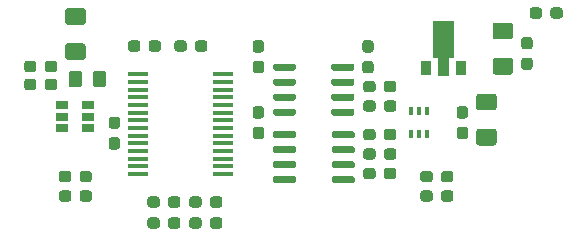
<source format=gbr>
G04 #@! TF.GenerationSoftware,KiCad,Pcbnew,(5.1.7)-1*
G04 #@! TF.CreationDate,2020-10-20T19:41:26+02:00*
G04 #@! TF.ProjectId,EQMOD_DIRECT_Isolated,45514d4f-445f-4444-9952-4543545f4973,rev?*
G04 #@! TF.SameCoordinates,Original*
G04 #@! TF.FileFunction,Paste,Top*
G04 #@! TF.FilePolarity,Positive*
%FSLAX46Y46*%
G04 Gerber Fmt 4.6, Leading zero omitted, Abs format (unit mm)*
G04 Created by KiCad (PCBNEW (5.1.7)-1) date 2020-10-20 19:41:26*
%MOMM*%
%LPD*%
G01*
G04 APERTURE LIST*
%ADD10R,0.900000X1.300000*%
%ADD11C,0.100000*%
%ADD12R,1.750000X0.450000*%
%ADD13R,1.060000X0.650000*%
%ADD14R,0.400000X0.650000*%
G04 APERTURE END LIST*
G36*
G01*
X142604000Y-91169500D02*
X142604000Y-90694500D01*
G75*
G02*
X142841500Y-90457000I237500J0D01*
G01*
X143416500Y-90457000D01*
G75*
G02*
X143654000Y-90694500I0J-237500D01*
G01*
X143654000Y-91169500D01*
G75*
G02*
X143416500Y-91407000I-237500J0D01*
G01*
X142841500Y-91407000D01*
G75*
G02*
X142604000Y-91169500I0J237500D01*
G01*
G37*
G36*
G01*
X144354000Y-91169500D02*
X144354000Y-90694500D01*
G75*
G02*
X144591500Y-90457000I237500J0D01*
G01*
X145166500Y-90457000D01*
G75*
G02*
X145404000Y-90694500I0J-237500D01*
G01*
X145404000Y-91169500D01*
G75*
G02*
X145166500Y-91407000I-237500J0D01*
G01*
X144591500Y-91407000D01*
G75*
G02*
X144354000Y-91169500I0J237500D01*
G01*
G37*
G36*
G01*
X142129500Y-92947000D02*
X142604500Y-92947000D01*
G75*
G02*
X142842000Y-93184500I0J-237500D01*
G01*
X142842000Y-93759500D01*
G75*
G02*
X142604500Y-93997000I-237500J0D01*
G01*
X142129500Y-93997000D01*
G75*
G02*
X141892000Y-93759500I0J237500D01*
G01*
X141892000Y-93184500D01*
G75*
G02*
X142129500Y-92947000I237500J0D01*
G01*
G37*
G36*
G01*
X142129500Y-94697000D02*
X142604500Y-94697000D01*
G75*
G02*
X142842000Y-94934500I0J-237500D01*
G01*
X142842000Y-95509500D01*
G75*
G02*
X142604500Y-95747000I-237500J0D01*
G01*
X142129500Y-95747000D01*
G75*
G02*
X141892000Y-95509500I0J237500D01*
G01*
X141892000Y-94934500D01*
G75*
G02*
X142129500Y-94697000I237500J0D01*
G01*
G37*
D10*
X133818500Y-95591500D03*
X136818500Y-95591500D03*
D11*
G36*
X136185000Y-91641500D02*
G01*
X136185000Y-94766500D01*
X135768500Y-94766500D01*
X135768500Y-96241500D01*
X134868500Y-96241500D01*
X134868500Y-94766500D01*
X134452000Y-94766500D01*
X134452000Y-91641500D01*
X136185000Y-91641500D01*
G37*
D12*
X116630000Y-104555000D03*
X116630000Y-103905000D03*
X116630000Y-103255000D03*
X116630000Y-102605000D03*
X116630000Y-101955000D03*
X116630000Y-101305000D03*
X116630000Y-100655000D03*
X116630000Y-100005000D03*
X116630000Y-99355000D03*
X116630000Y-98705000D03*
X116630000Y-98055000D03*
X116630000Y-97405000D03*
X116630000Y-96755000D03*
X116630000Y-96105000D03*
X109430000Y-96105000D03*
X109430000Y-96755000D03*
X109430000Y-97405000D03*
X109430000Y-98055000D03*
X109430000Y-98705000D03*
X109430000Y-99355000D03*
X109430000Y-100005000D03*
X109430000Y-100655000D03*
X109430000Y-101305000D03*
X109430000Y-101955000D03*
X109430000Y-102605000D03*
X109430000Y-103255000D03*
X109430000Y-103905000D03*
X109430000Y-104555000D03*
G36*
G01*
X102593600Y-95215700D02*
X102593600Y-95690700D01*
G75*
G02*
X102356100Y-95928200I-237500J0D01*
G01*
X101781100Y-95928200D01*
G75*
G02*
X101543600Y-95690700I0J237500D01*
G01*
X101543600Y-95215700D01*
G75*
G02*
X101781100Y-94978200I237500J0D01*
G01*
X102356100Y-94978200D01*
G75*
G02*
X102593600Y-95215700I0J-237500D01*
G01*
G37*
G36*
G01*
X100843600Y-95215700D02*
X100843600Y-95690700D01*
G75*
G02*
X100606100Y-95928200I-237500J0D01*
G01*
X100031100Y-95928200D01*
G75*
G02*
X99793600Y-95690700I0J237500D01*
G01*
X99793600Y-95215700D01*
G75*
G02*
X100031100Y-94978200I237500J0D01*
G01*
X100606100Y-94978200D01*
G75*
G02*
X100843600Y-95215700I0J-237500D01*
G01*
G37*
G36*
G01*
X104490000Y-106663500D02*
X104490000Y-106188500D01*
G75*
G02*
X104727500Y-105951000I237500J0D01*
G01*
X105302500Y-105951000D01*
G75*
G02*
X105540000Y-106188500I0J-237500D01*
G01*
X105540000Y-106663500D01*
G75*
G02*
X105302500Y-106901000I-237500J0D01*
G01*
X104727500Y-106901000D01*
G75*
G02*
X104490000Y-106663500I0J237500D01*
G01*
G37*
G36*
G01*
X102740000Y-106663500D02*
X102740000Y-106188500D01*
G75*
G02*
X102977500Y-105951000I237500J0D01*
G01*
X103552500Y-105951000D01*
G75*
G02*
X103790000Y-106188500I0J-237500D01*
G01*
X103790000Y-106663500D01*
G75*
G02*
X103552500Y-106901000I-237500J0D01*
G01*
X102977500Y-106901000D01*
G75*
G02*
X102740000Y-106663500I0J237500D01*
G01*
G37*
G36*
G01*
X105540000Y-104537500D02*
X105540000Y-105012500D01*
G75*
G02*
X105302500Y-105250000I-237500J0D01*
G01*
X104727500Y-105250000D01*
G75*
G02*
X104490000Y-105012500I0J237500D01*
G01*
X104490000Y-104537500D01*
G75*
G02*
X104727500Y-104300000I237500J0D01*
G01*
X105302500Y-104300000D01*
G75*
G02*
X105540000Y-104537500I0J-237500D01*
G01*
G37*
G36*
G01*
X103790000Y-104537500D02*
X103790000Y-105012500D01*
G75*
G02*
X103552500Y-105250000I-237500J0D01*
G01*
X102977500Y-105250000D01*
G75*
G02*
X102740000Y-105012500I0J237500D01*
G01*
X102740000Y-104537500D01*
G75*
G02*
X102977500Y-104300000I237500J0D01*
G01*
X103552500Y-104300000D01*
G75*
G02*
X103790000Y-104537500I0J-237500D01*
G01*
G37*
G36*
G01*
X104765000Y-94910000D02*
X103515000Y-94910000D01*
G75*
G02*
X103265000Y-94660000I0J250000D01*
G01*
X103265000Y-93735000D01*
G75*
G02*
X103515000Y-93485000I250000J0D01*
G01*
X104765000Y-93485000D01*
G75*
G02*
X105015000Y-93735000I0J-250000D01*
G01*
X105015000Y-94660000D01*
G75*
G02*
X104765000Y-94910000I-250000J0D01*
G01*
G37*
G36*
G01*
X104765000Y-91935000D02*
X103515000Y-91935000D01*
G75*
G02*
X103265000Y-91685000I0J250000D01*
G01*
X103265000Y-90760000D01*
G75*
G02*
X103515000Y-90510000I250000J0D01*
G01*
X104765000Y-90510000D01*
G75*
G02*
X105015000Y-90760000I0J-250000D01*
G01*
X105015000Y-91685000D01*
G75*
G02*
X104765000Y-91935000I-250000J0D01*
G01*
G37*
G36*
G01*
X109632000Y-93488500D02*
X109632000Y-93963500D01*
G75*
G02*
X109394500Y-94201000I-237500J0D01*
G01*
X108819500Y-94201000D01*
G75*
G02*
X108582000Y-93963500I0J237500D01*
G01*
X108582000Y-93488500D01*
G75*
G02*
X108819500Y-93251000I237500J0D01*
G01*
X109394500Y-93251000D01*
G75*
G02*
X109632000Y-93488500I0J-237500D01*
G01*
G37*
G36*
G01*
X111382000Y-93488500D02*
X111382000Y-93963500D01*
G75*
G02*
X111144500Y-94201000I-237500J0D01*
G01*
X110569500Y-94201000D01*
G75*
G02*
X110332000Y-93963500I0J237500D01*
G01*
X110332000Y-93488500D01*
G75*
G02*
X110569500Y-93251000I237500J0D01*
G01*
X111144500Y-93251000D01*
G75*
G02*
X111382000Y-93488500I0J-237500D01*
G01*
G37*
G36*
G01*
X107204500Y-99692000D02*
X107679500Y-99692000D01*
G75*
G02*
X107917000Y-99929500I0J-237500D01*
G01*
X107917000Y-100504500D01*
G75*
G02*
X107679500Y-100742000I-237500J0D01*
G01*
X107204500Y-100742000D01*
G75*
G02*
X106967000Y-100504500I0J237500D01*
G01*
X106967000Y-99929500D01*
G75*
G02*
X107204500Y-99692000I237500J0D01*
G01*
G37*
G36*
G01*
X107204500Y-101442000D02*
X107679500Y-101442000D01*
G75*
G02*
X107917000Y-101679500I0J-237500D01*
G01*
X107917000Y-102254500D01*
G75*
G02*
X107679500Y-102492000I-237500J0D01*
G01*
X107204500Y-102492000D01*
G75*
G02*
X106967000Y-102254500I0J237500D01*
G01*
X106967000Y-101679500D01*
G75*
G02*
X107204500Y-101442000I237500J0D01*
G01*
G37*
G36*
G01*
X136668500Y-100567000D02*
X137143500Y-100567000D01*
G75*
G02*
X137381000Y-100804500I0J-237500D01*
G01*
X137381000Y-101379500D01*
G75*
G02*
X137143500Y-101617000I-237500J0D01*
G01*
X136668500Y-101617000D01*
G75*
G02*
X136431000Y-101379500I0J237500D01*
G01*
X136431000Y-100804500D01*
G75*
G02*
X136668500Y-100567000I237500J0D01*
G01*
G37*
G36*
G01*
X136668500Y-98817000D02*
X137143500Y-98817000D01*
G75*
G02*
X137381000Y-99054500I0J-237500D01*
G01*
X137381000Y-99629500D01*
G75*
G02*
X137143500Y-99867000I-237500J0D01*
G01*
X136668500Y-99867000D01*
G75*
G02*
X136431000Y-99629500I0J237500D01*
G01*
X136431000Y-99054500D01*
G75*
G02*
X136668500Y-98817000I237500J0D01*
G01*
G37*
G36*
G01*
X133347000Y-106663500D02*
X133347000Y-106188500D01*
G75*
G02*
X133584500Y-105951000I237500J0D01*
G01*
X134159500Y-105951000D01*
G75*
G02*
X134397000Y-106188500I0J-237500D01*
G01*
X134397000Y-106663500D01*
G75*
G02*
X134159500Y-106901000I-237500J0D01*
G01*
X133584500Y-106901000D01*
G75*
G02*
X133347000Y-106663500I0J237500D01*
G01*
G37*
G36*
G01*
X135097000Y-106663500D02*
X135097000Y-106188500D01*
G75*
G02*
X135334500Y-105951000I237500J0D01*
G01*
X135909500Y-105951000D01*
G75*
G02*
X136147000Y-106188500I0J-237500D01*
G01*
X136147000Y-106663500D01*
G75*
G02*
X135909500Y-106901000I-237500J0D01*
G01*
X135334500Y-106901000D01*
G75*
G02*
X135097000Y-106663500I0J237500D01*
G01*
G37*
G36*
G01*
X111983000Y-108949500D02*
X111983000Y-108474500D01*
G75*
G02*
X112220500Y-108237000I237500J0D01*
G01*
X112795500Y-108237000D01*
G75*
G02*
X113033000Y-108474500I0J-237500D01*
G01*
X113033000Y-108949500D01*
G75*
G02*
X112795500Y-109187000I-237500J0D01*
G01*
X112220500Y-109187000D01*
G75*
G02*
X111983000Y-108949500I0J237500D01*
G01*
G37*
G36*
G01*
X110233000Y-108949500D02*
X110233000Y-108474500D01*
G75*
G02*
X110470500Y-108237000I237500J0D01*
G01*
X111045500Y-108237000D01*
G75*
G02*
X111283000Y-108474500I0J-237500D01*
G01*
X111283000Y-108949500D01*
G75*
G02*
X111045500Y-109187000I-237500J0D01*
G01*
X110470500Y-109187000D01*
G75*
G02*
X110233000Y-108949500I0J237500D01*
G01*
G37*
G36*
G01*
X110233000Y-107171500D02*
X110233000Y-106696500D01*
G75*
G02*
X110470500Y-106459000I237500J0D01*
G01*
X111045500Y-106459000D01*
G75*
G02*
X111283000Y-106696500I0J-237500D01*
G01*
X111283000Y-107171500D01*
G75*
G02*
X111045500Y-107409000I-237500J0D01*
G01*
X110470500Y-107409000D01*
G75*
G02*
X110233000Y-107171500I0J237500D01*
G01*
G37*
G36*
G01*
X111983000Y-107171500D02*
X111983000Y-106696500D01*
G75*
G02*
X112220500Y-106459000I237500J0D01*
G01*
X112795500Y-106459000D01*
G75*
G02*
X113033000Y-106696500I0J-237500D01*
G01*
X113033000Y-107171500D01*
G75*
G02*
X112795500Y-107409000I-237500J0D01*
G01*
X112220500Y-107409000D01*
G75*
G02*
X111983000Y-107171500I0J237500D01*
G01*
G37*
G36*
G01*
X101543600Y-97214700D02*
X101543600Y-96739700D01*
G75*
G02*
X101781100Y-96502200I237500J0D01*
G01*
X102356100Y-96502200D01*
G75*
G02*
X102593600Y-96739700I0J-237500D01*
G01*
X102593600Y-97214700D01*
G75*
G02*
X102356100Y-97452200I-237500J0D01*
G01*
X101781100Y-97452200D01*
G75*
G02*
X101543600Y-97214700I0J237500D01*
G01*
G37*
G36*
G01*
X99793600Y-97214700D02*
X99793600Y-96739700D01*
G75*
G02*
X100031100Y-96502200I237500J0D01*
G01*
X100606100Y-96502200D01*
G75*
G02*
X100843600Y-96739700I0J-237500D01*
G01*
X100843600Y-97214700D01*
G75*
G02*
X100606100Y-97452200I-237500J0D01*
G01*
X100031100Y-97452200D01*
G75*
G02*
X99793600Y-97214700I0J237500D01*
G01*
G37*
G36*
G01*
X106756000Y-96069999D02*
X106756000Y-96970001D01*
G75*
G02*
X106506001Y-97220000I-249999J0D01*
G01*
X105855999Y-97220000D01*
G75*
G02*
X105606000Y-96970001I0J249999D01*
G01*
X105606000Y-96069999D01*
G75*
G02*
X105855999Y-95820000I249999J0D01*
G01*
X106506001Y-95820000D01*
G75*
G02*
X106756000Y-96069999I0J-249999D01*
G01*
G37*
G36*
G01*
X104706000Y-96069999D02*
X104706000Y-96970001D01*
G75*
G02*
X104456001Y-97220000I-249999J0D01*
G01*
X103805999Y-97220000D01*
G75*
G02*
X103556000Y-96970001I0J249999D01*
G01*
X103556000Y-96069999D01*
G75*
G02*
X103805999Y-95820000I249999J0D01*
G01*
X104456001Y-95820000D01*
G75*
G02*
X104706000Y-96069999I0J-249999D01*
G01*
G37*
G36*
G01*
X134397000Y-104537500D02*
X134397000Y-105012500D01*
G75*
G02*
X134159500Y-105250000I-237500J0D01*
G01*
X133584500Y-105250000D01*
G75*
G02*
X133347000Y-105012500I0J237500D01*
G01*
X133347000Y-104537500D01*
G75*
G02*
X133584500Y-104300000I237500J0D01*
G01*
X134159500Y-104300000D01*
G75*
G02*
X134397000Y-104537500I0J-237500D01*
G01*
G37*
G36*
G01*
X136147000Y-104537500D02*
X136147000Y-105012500D01*
G75*
G02*
X135909500Y-105250000I-237500J0D01*
G01*
X135334500Y-105250000D01*
G75*
G02*
X135097000Y-105012500I0J237500D01*
G01*
X135097000Y-104537500D01*
G75*
G02*
X135334500Y-104300000I237500J0D01*
G01*
X135909500Y-104300000D01*
G75*
G02*
X136147000Y-104537500I0J-237500D01*
G01*
G37*
G36*
G01*
X114825000Y-108474500D02*
X114825000Y-108949500D01*
G75*
G02*
X114587500Y-109187000I-237500J0D01*
G01*
X114012500Y-109187000D01*
G75*
G02*
X113775000Y-108949500I0J237500D01*
G01*
X113775000Y-108474500D01*
G75*
G02*
X114012500Y-108237000I237500J0D01*
G01*
X114587500Y-108237000D01*
G75*
G02*
X114825000Y-108474500I0J-237500D01*
G01*
G37*
G36*
G01*
X116575000Y-108474500D02*
X116575000Y-108949500D01*
G75*
G02*
X116337500Y-109187000I-237500J0D01*
G01*
X115762500Y-109187000D01*
G75*
G02*
X115525000Y-108949500I0J237500D01*
G01*
X115525000Y-108474500D01*
G75*
G02*
X115762500Y-108237000I237500J0D01*
G01*
X116337500Y-108237000D01*
G75*
G02*
X116575000Y-108474500I0J-237500D01*
G01*
G37*
G36*
G01*
X116575000Y-106696500D02*
X116575000Y-107171500D01*
G75*
G02*
X116337500Y-107409000I-237500J0D01*
G01*
X115762500Y-107409000D01*
G75*
G02*
X115525000Y-107171500I0J237500D01*
G01*
X115525000Y-106696500D01*
G75*
G02*
X115762500Y-106459000I237500J0D01*
G01*
X116337500Y-106459000D01*
G75*
G02*
X116575000Y-106696500I0J-237500D01*
G01*
G37*
G36*
G01*
X114825000Y-106696500D02*
X114825000Y-107171500D01*
G75*
G02*
X114587500Y-107409000I-237500J0D01*
G01*
X114012500Y-107409000D01*
G75*
G02*
X113775000Y-107171500I0J237500D01*
G01*
X113775000Y-106696500D01*
G75*
G02*
X114012500Y-106459000I237500J0D01*
G01*
X114587500Y-106459000D01*
G75*
G02*
X114825000Y-106696500I0J-237500D01*
G01*
G37*
G36*
G01*
X131307000Y-104283500D02*
X131307000Y-104758500D01*
G75*
G02*
X131069500Y-104996000I-237500J0D01*
G01*
X130494500Y-104996000D01*
G75*
G02*
X130257000Y-104758500I0J237500D01*
G01*
X130257000Y-104283500D01*
G75*
G02*
X130494500Y-104046000I237500J0D01*
G01*
X131069500Y-104046000D01*
G75*
G02*
X131307000Y-104283500I0J-237500D01*
G01*
G37*
G36*
G01*
X129557000Y-104283500D02*
X129557000Y-104758500D01*
G75*
G02*
X129319500Y-104996000I-237500J0D01*
G01*
X128744500Y-104996000D01*
G75*
G02*
X128507000Y-104758500I0J237500D01*
G01*
X128507000Y-104283500D01*
G75*
G02*
X128744500Y-104046000I237500J0D01*
G01*
X129319500Y-104046000D01*
G75*
G02*
X129557000Y-104283500I0J-237500D01*
G01*
G37*
G36*
G01*
X129557000Y-102632500D02*
X129557000Y-103107500D01*
G75*
G02*
X129319500Y-103345000I-237500J0D01*
G01*
X128744500Y-103345000D01*
G75*
G02*
X128507000Y-103107500I0J237500D01*
G01*
X128507000Y-102632500D01*
G75*
G02*
X128744500Y-102395000I237500J0D01*
G01*
X129319500Y-102395000D01*
G75*
G02*
X129557000Y-102632500I0J-237500D01*
G01*
G37*
G36*
G01*
X131307000Y-102632500D02*
X131307000Y-103107500D01*
G75*
G02*
X131069500Y-103345000I-237500J0D01*
G01*
X130494500Y-103345000D01*
G75*
G02*
X130257000Y-103107500I0J237500D01*
G01*
X130257000Y-102632500D01*
G75*
G02*
X130494500Y-102395000I237500J0D01*
G01*
X131069500Y-102395000D01*
G75*
G02*
X131307000Y-102632500I0J-237500D01*
G01*
G37*
D13*
X103040000Y-98745000D03*
X103040000Y-99695000D03*
X103040000Y-100645000D03*
X105240000Y-100645000D03*
X105240000Y-98745000D03*
X105240000Y-99695000D03*
G36*
G01*
X120883000Y-101369000D02*
X120883000Y-101069000D01*
G75*
G02*
X121033000Y-100919000I150000J0D01*
G01*
X122683000Y-100919000D01*
G75*
G02*
X122833000Y-101069000I0J-150000D01*
G01*
X122833000Y-101369000D01*
G75*
G02*
X122683000Y-101519000I-150000J0D01*
G01*
X121033000Y-101519000D01*
G75*
G02*
X120883000Y-101369000I0J150000D01*
G01*
G37*
G36*
G01*
X120883000Y-102639000D02*
X120883000Y-102339000D01*
G75*
G02*
X121033000Y-102189000I150000J0D01*
G01*
X122683000Y-102189000D01*
G75*
G02*
X122833000Y-102339000I0J-150000D01*
G01*
X122833000Y-102639000D01*
G75*
G02*
X122683000Y-102789000I-150000J0D01*
G01*
X121033000Y-102789000D01*
G75*
G02*
X120883000Y-102639000I0J150000D01*
G01*
G37*
G36*
G01*
X120883000Y-103909000D02*
X120883000Y-103609000D01*
G75*
G02*
X121033000Y-103459000I150000J0D01*
G01*
X122683000Y-103459000D01*
G75*
G02*
X122833000Y-103609000I0J-150000D01*
G01*
X122833000Y-103909000D01*
G75*
G02*
X122683000Y-104059000I-150000J0D01*
G01*
X121033000Y-104059000D01*
G75*
G02*
X120883000Y-103909000I0J150000D01*
G01*
G37*
G36*
G01*
X120883000Y-105179000D02*
X120883000Y-104879000D01*
G75*
G02*
X121033000Y-104729000I150000J0D01*
G01*
X122683000Y-104729000D01*
G75*
G02*
X122833000Y-104879000I0J-150000D01*
G01*
X122833000Y-105179000D01*
G75*
G02*
X122683000Y-105329000I-150000J0D01*
G01*
X121033000Y-105329000D01*
G75*
G02*
X120883000Y-105179000I0J150000D01*
G01*
G37*
G36*
G01*
X125833000Y-105179000D02*
X125833000Y-104879000D01*
G75*
G02*
X125983000Y-104729000I150000J0D01*
G01*
X127633000Y-104729000D01*
G75*
G02*
X127783000Y-104879000I0J-150000D01*
G01*
X127783000Y-105179000D01*
G75*
G02*
X127633000Y-105329000I-150000J0D01*
G01*
X125983000Y-105329000D01*
G75*
G02*
X125833000Y-105179000I0J150000D01*
G01*
G37*
G36*
G01*
X125833000Y-103909000D02*
X125833000Y-103609000D01*
G75*
G02*
X125983000Y-103459000I150000J0D01*
G01*
X127633000Y-103459000D01*
G75*
G02*
X127783000Y-103609000I0J-150000D01*
G01*
X127783000Y-103909000D01*
G75*
G02*
X127633000Y-104059000I-150000J0D01*
G01*
X125983000Y-104059000D01*
G75*
G02*
X125833000Y-103909000I0J150000D01*
G01*
G37*
G36*
G01*
X125833000Y-102639000D02*
X125833000Y-102339000D01*
G75*
G02*
X125983000Y-102189000I150000J0D01*
G01*
X127633000Y-102189000D01*
G75*
G02*
X127783000Y-102339000I0J-150000D01*
G01*
X127783000Y-102639000D01*
G75*
G02*
X127633000Y-102789000I-150000J0D01*
G01*
X125983000Y-102789000D01*
G75*
G02*
X125833000Y-102639000I0J150000D01*
G01*
G37*
G36*
G01*
X125833000Y-101369000D02*
X125833000Y-101069000D01*
G75*
G02*
X125983000Y-100919000I150000J0D01*
G01*
X127633000Y-100919000D01*
G75*
G02*
X127783000Y-101069000I0J-150000D01*
G01*
X127783000Y-101369000D01*
G75*
G02*
X127633000Y-101519000I-150000J0D01*
G01*
X125983000Y-101519000D01*
G75*
G02*
X125833000Y-101369000I0J150000D01*
G01*
G37*
G36*
G01*
X138313000Y-97749000D02*
X139563000Y-97749000D01*
G75*
G02*
X139813000Y-97999000I0J-250000D01*
G01*
X139813000Y-98924000D01*
G75*
G02*
X139563000Y-99174000I-250000J0D01*
G01*
X138313000Y-99174000D01*
G75*
G02*
X138063000Y-98924000I0J250000D01*
G01*
X138063000Y-97999000D01*
G75*
G02*
X138313000Y-97749000I250000J0D01*
G01*
G37*
G36*
G01*
X138313000Y-100724000D02*
X139563000Y-100724000D01*
G75*
G02*
X139813000Y-100974000I0J-250000D01*
G01*
X139813000Y-101899000D01*
G75*
G02*
X139563000Y-102149000I-250000J0D01*
G01*
X138313000Y-102149000D01*
G75*
G02*
X138063000Y-101899000I0J250000D01*
G01*
X138063000Y-100974000D01*
G75*
G02*
X138313000Y-100724000I250000J0D01*
G01*
G37*
G36*
G01*
X131307000Y-100981500D02*
X131307000Y-101456500D01*
G75*
G02*
X131069500Y-101694000I-237500J0D01*
G01*
X130494500Y-101694000D01*
G75*
G02*
X130257000Y-101456500I0J237500D01*
G01*
X130257000Y-100981500D01*
G75*
G02*
X130494500Y-100744000I237500J0D01*
G01*
X131069500Y-100744000D01*
G75*
G02*
X131307000Y-100981500I0J-237500D01*
G01*
G37*
G36*
G01*
X129557000Y-100981500D02*
X129557000Y-101456500D01*
G75*
G02*
X129319500Y-101694000I-237500J0D01*
G01*
X128744500Y-101694000D01*
G75*
G02*
X128507000Y-101456500I0J237500D01*
G01*
X128507000Y-100981500D01*
G75*
G02*
X128744500Y-100744000I237500J0D01*
G01*
X129319500Y-100744000D01*
G75*
G02*
X129557000Y-100981500I0J-237500D01*
G01*
G37*
G36*
G01*
X139710000Y-94718500D02*
X140960000Y-94718500D01*
G75*
G02*
X141210000Y-94968500I0J-250000D01*
G01*
X141210000Y-95893500D01*
G75*
G02*
X140960000Y-96143500I-250000J0D01*
G01*
X139710000Y-96143500D01*
G75*
G02*
X139460000Y-95893500I0J250000D01*
G01*
X139460000Y-94968500D01*
G75*
G02*
X139710000Y-94718500I250000J0D01*
G01*
G37*
G36*
G01*
X139710000Y-91743500D02*
X140960000Y-91743500D01*
G75*
G02*
X141210000Y-91993500I0J-250000D01*
G01*
X141210000Y-92918500D01*
G75*
G02*
X140960000Y-93168500I-250000J0D01*
G01*
X139710000Y-93168500D01*
G75*
G02*
X139460000Y-92918500I0J250000D01*
G01*
X139460000Y-91993500D01*
G75*
G02*
X139710000Y-91743500I250000J0D01*
G01*
G37*
G36*
G01*
X128667500Y-93229000D02*
X129142500Y-93229000D01*
G75*
G02*
X129380000Y-93466500I0J-237500D01*
G01*
X129380000Y-94041500D01*
G75*
G02*
X129142500Y-94279000I-237500J0D01*
G01*
X128667500Y-94279000D01*
G75*
G02*
X128430000Y-94041500I0J237500D01*
G01*
X128430000Y-93466500D01*
G75*
G02*
X128667500Y-93229000I237500J0D01*
G01*
G37*
G36*
G01*
X128667500Y-94979000D02*
X129142500Y-94979000D01*
G75*
G02*
X129380000Y-95216500I0J-237500D01*
G01*
X129380000Y-95791500D01*
G75*
G02*
X129142500Y-96029000I-237500J0D01*
G01*
X128667500Y-96029000D01*
G75*
G02*
X128430000Y-95791500I0J237500D01*
G01*
X128430000Y-95216500D01*
G75*
G02*
X128667500Y-94979000I237500J0D01*
G01*
G37*
G36*
G01*
X112519000Y-93963500D02*
X112519000Y-93488500D01*
G75*
G02*
X112756500Y-93251000I237500J0D01*
G01*
X113331500Y-93251000D01*
G75*
G02*
X113569000Y-93488500I0J-237500D01*
G01*
X113569000Y-93963500D01*
G75*
G02*
X113331500Y-94201000I-237500J0D01*
G01*
X112756500Y-94201000D01*
G75*
G02*
X112519000Y-93963500I0J237500D01*
G01*
G37*
G36*
G01*
X114269000Y-93963500D02*
X114269000Y-93488500D01*
G75*
G02*
X114506500Y-93251000I237500J0D01*
G01*
X115081500Y-93251000D01*
G75*
G02*
X115319000Y-93488500I0J-237500D01*
G01*
X115319000Y-93963500D01*
G75*
G02*
X115081500Y-94201000I-237500J0D01*
G01*
X114506500Y-94201000D01*
G75*
G02*
X114269000Y-93963500I0J237500D01*
G01*
G37*
G36*
G01*
X129557000Y-98568500D02*
X129557000Y-99043500D01*
G75*
G02*
X129319500Y-99281000I-237500J0D01*
G01*
X128744500Y-99281000D01*
G75*
G02*
X128507000Y-99043500I0J237500D01*
G01*
X128507000Y-98568500D01*
G75*
G02*
X128744500Y-98331000I237500J0D01*
G01*
X129319500Y-98331000D01*
G75*
G02*
X129557000Y-98568500I0J-237500D01*
G01*
G37*
G36*
G01*
X131307000Y-98568500D02*
X131307000Y-99043500D01*
G75*
G02*
X131069500Y-99281000I-237500J0D01*
G01*
X130494500Y-99281000D01*
G75*
G02*
X130257000Y-99043500I0J237500D01*
G01*
X130257000Y-98568500D01*
G75*
G02*
X130494500Y-98331000I237500J0D01*
G01*
X131069500Y-98331000D01*
G75*
G02*
X131307000Y-98568500I0J-237500D01*
G01*
G37*
G36*
G01*
X131307000Y-96917500D02*
X131307000Y-97392500D01*
G75*
G02*
X131069500Y-97630000I-237500J0D01*
G01*
X130494500Y-97630000D01*
G75*
G02*
X130257000Y-97392500I0J237500D01*
G01*
X130257000Y-96917500D01*
G75*
G02*
X130494500Y-96680000I237500J0D01*
G01*
X131069500Y-96680000D01*
G75*
G02*
X131307000Y-96917500I0J-237500D01*
G01*
G37*
G36*
G01*
X129557000Y-96917500D02*
X129557000Y-97392500D01*
G75*
G02*
X129319500Y-97630000I-237500J0D01*
G01*
X128744500Y-97630000D01*
G75*
G02*
X128507000Y-97392500I0J237500D01*
G01*
X128507000Y-96917500D01*
G75*
G02*
X128744500Y-96680000I237500J0D01*
G01*
X129319500Y-96680000D01*
G75*
G02*
X129557000Y-96917500I0J-237500D01*
G01*
G37*
G36*
G01*
X120857600Y-95654000D02*
X120857600Y-95354000D01*
G75*
G02*
X121007600Y-95204000I150000J0D01*
G01*
X122657600Y-95204000D01*
G75*
G02*
X122807600Y-95354000I0J-150000D01*
G01*
X122807600Y-95654000D01*
G75*
G02*
X122657600Y-95804000I-150000J0D01*
G01*
X121007600Y-95804000D01*
G75*
G02*
X120857600Y-95654000I0J150000D01*
G01*
G37*
G36*
G01*
X120857600Y-96924000D02*
X120857600Y-96624000D01*
G75*
G02*
X121007600Y-96474000I150000J0D01*
G01*
X122657600Y-96474000D01*
G75*
G02*
X122807600Y-96624000I0J-150000D01*
G01*
X122807600Y-96924000D01*
G75*
G02*
X122657600Y-97074000I-150000J0D01*
G01*
X121007600Y-97074000D01*
G75*
G02*
X120857600Y-96924000I0J150000D01*
G01*
G37*
G36*
G01*
X120857600Y-98194000D02*
X120857600Y-97894000D01*
G75*
G02*
X121007600Y-97744000I150000J0D01*
G01*
X122657600Y-97744000D01*
G75*
G02*
X122807600Y-97894000I0J-150000D01*
G01*
X122807600Y-98194000D01*
G75*
G02*
X122657600Y-98344000I-150000J0D01*
G01*
X121007600Y-98344000D01*
G75*
G02*
X120857600Y-98194000I0J150000D01*
G01*
G37*
G36*
G01*
X120857600Y-99464000D02*
X120857600Y-99164000D01*
G75*
G02*
X121007600Y-99014000I150000J0D01*
G01*
X122657600Y-99014000D01*
G75*
G02*
X122807600Y-99164000I0J-150000D01*
G01*
X122807600Y-99464000D01*
G75*
G02*
X122657600Y-99614000I-150000J0D01*
G01*
X121007600Y-99614000D01*
G75*
G02*
X120857600Y-99464000I0J150000D01*
G01*
G37*
G36*
G01*
X125807600Y-99464000D02*
X125807600Y-99164000D01*
G75*
G02*
X125957600Y-99014000I150000J0D01*
G01*
X127607600Y-99014000D01*
G75*
G02*
X127757600Y-99164000I0J-150000D01*
G01*
X127757600Y-99464000D01*
G75*
G02*
X127607600Y-99614000I-150000J0D01*
G01*
X125957600Y-99614000D01*
G75*
G02*
X125807600Y-99464000I0J150000D01*
G01*
G37*
G36*
G01*
X125807600Y-98194000D02*
X125807600Y-97894000D01*
G75*
G02*
X125957600Y-97744000I150000J0D01*
G01*
X127607600Y-97744000D01*
G75*
G02*
X127757600Y-97894000I0J-150000D01*
G01*
X127757600Y-98194000D01*
G75*
G02*
X127607600Y-98344000I-150000J0D01*
G01*
X125957600Y-98344000D01*
G75*
G02*
X125807600Y-98194000I0J150000D01*
G01*
G37*
G36*
G01*
X125807600Y-96924000D02*
X125807600Y-96624000D01*
G75*
G02*
X125957600Y-96474000I150000J0D01*
G01*
X127607600Y-96474000D01*
G75*
G02*
X127757600Y-96624000I0J-150000D01*
G01*
X127757600Y-96924000D01*
G75*
G02*
X127607600Y-97074000I-150000J0D01*
G01*
X125957600Y-97074000D01*
G75*
G02*
X125807600Y-96924000I0J150000D01*
G01*
G37*
G36*
G01*
X125807600Y-95654000D02*
X125807600Y-95354000D01*
G75*
G02*
X125957600Y-95204000I150000J0D01*
G01*
X127607600Y-95204000D01*
G75*
G02*
X127757600Y-95354000I0J-150000D01*
G01*
X127757600Y-95654000D01*
G75*
G02*
X127607600Y-95804000I-150000J0D01*
G01*
X125957600Y-95804000D01*
G75*
G02*
X125807600Y-95654000I0J150000D01*
G01*
G37*
D14*
X132573000Y-101153000D03*
X133873000Y-101153000D03*
X133223000Y-99253000D03*
X133223000Y-101153000D03*
X133873000Y-99253000D03*
X132573000Y-99253000D03*
G36*
G01*
X119871500Y-99867000D02*
X119396500Y-99867000D01*
G75*
G02*
X119159000Y-99629500I0J237500D01*
G01*
X119159000Y-99054500D01*
G75*
G02*
X119396500Y-98817000I237500J0D01*
G01*
X119871500Y-98817000D01*
G75*
G02*
X120109000Y-99054500I0J-237500D01*
G01*
X120109000Y-99629500D01*
G75*
G02*
X119871500Y-99867000I-237500J0D01*
G01*
G37*
G36*
G01*
X119871500Y-101617000D02*
X119396500Y-101617000D01*
G75*
G02*
X119159000Y-101379500I0J237500D01*
G01*
X119159000Y-100804500D01*
G75*
G02*
X119396500Y-100567000I237500J0D01*
G01*
X119871500Y-100567000D01*
G75*
G02*
X120109000Y-100804500I0J-237500D01*
G01*
X120109000Y-101379500D01*
G75*
G02*
X119871500Y-101617000I-237500J0D01*
G01*
G37*
G36*
G01*
X119396500Y-93229000D02*
X119871500Y-93229000D01*
G75*
G02*
X120109000Y-93466500I0J-237500D01*
G01*
X120109000Y-94041500D01*
G75*
G02*
X119871500Y-94279000I-237500J0D01*
G01*
X119396500Y-94279000D01*
G75*
G02*
X119159000Y-94041500I0J237500D01*
G01*
X119159000Y-93466500D01*
G75*
G02*
X119396500Y-93229000I237500J0D01*
G01*
G37*
G36*
G01*
X119396500Y-94979000D02*
X119871500Y-94979000D01*
G75*
G02*
X120109000Y-95216500I0J-237500D01*
G01*
X120109000Y-95791500D01*
G75*
G02*
X119871500Y-96029000I-237500J0D01*
G01*
X119396500Y-96029000D01*
G75*
G02*
X119159000Y-95791500I0J237500D01*
G01*
X119159000Y-95216500D01*
G75*
G02*
X119396500Y-94979000I237500J0D01*
G01*
G37*
M02*

</source>
